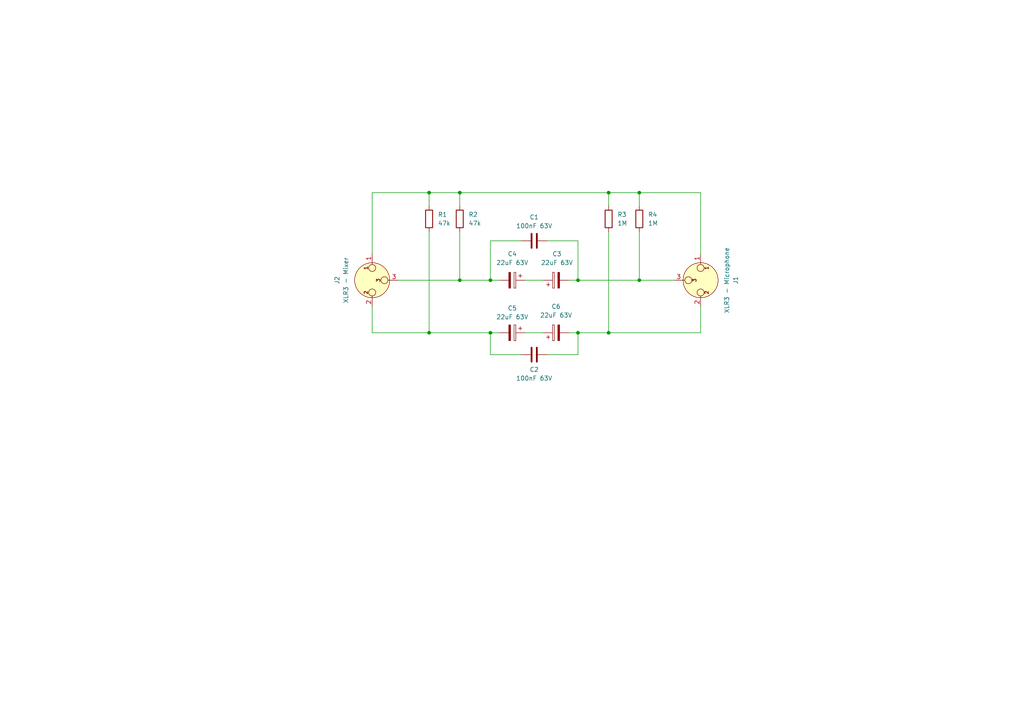
<source format=kicad_sch>
(kicad_sch (version 20250114) (generator "eeschema") (generator_version "9.0")
  (paper "A4")
  (lib_symbols
    (symbol "Connector_Audio:XLR3" (pin_names (hide yes))
      (property "Reference" "J" (at 0 8.89 0))
      (property "Value" "XLR3" (at 0 6.35 0))
      (symbol "XLR3_0_1"
        (polyline (pts (xy -5.08 0) (xy -4.572 0)))
        (circle (center -3.556 0) (radius 1.016))
        (circle (center 0 0) (radius 5.08) (fill (type background)))
        (circle (center 0 -3.556) (radius 1.016))
        (polyline (pts (xy 0 -5.08) (xy 0 -4.572)))
        (circle (center 3.556 0) (radius 1.016))
        (polyline (pts (xy 5.08 0) (xy 4.572 0)))
        (text "1" (at -3.556 1.778 0) (effects (font (size 1.016 1.016) (bold yes))))
        (text "3" (at 0 -1.778 0) (effects (font (size 1.016 1.016) (bold yes))))
        (text "2" (at 3.556 1.778 0) (effects (font (size 1.016 1.016) (bold yes))))
        (pin passive line (at -7.62 0 0) (length 2.54) (name "~") (number "1"))
        (pin passive line (at 0 -7.62 90) (length 2.54) (name "~") (number "3"))
        (pin passive line (at 7.62 0 180) (length 2.54) (name "~") (number "2"))
      )
    )
    (symbol "Device:C" (pin_numbers (hide yes)) (pin_names (offset 0.254))
      (property "Reference" "C" (at 0.635 2.54 0))
      (property "Value" "C" (at 0.635 -2.54 0))
      (symbol "C_0_1"
        (polyline (pts (xy -2.032 0.762) (xy 2.032 0.762)) (stroke (width 0.508)))
        (polyline (pts (xy -2.032 -0.762) (xy 2.032 -0.762)) (stroke (width 0.508)))
      )
      (symbol "C_1_1"
        (pin passive line (at 0 3.81 270) (length 2.794) (name "~") (number "1"))
        (pin passive line (at 0 -3.81 90) (length 2.794) (name "~") (number "2"))
      )
    )
    (symbol "Device:C_Polarized" (pin_numbers (hide yes)) (pin_names (offset 0.254))
      (property "Reference" "C" (at 0.635 2.54 0))
      (property "Value" "C_Polarized" (at 0.635 -2.54 0))
      (symbol "C_Polarized_0_1"
        (rectangle (start -2.286 0.508) (end 2.286 1.016))
        (polyline (pts (xy -1.778 2.286) (xy -0.762 2.286)))
        (polyline (pts (xy -1.27 2.794) (xy -1.27 1.778)))
        (rectangle (start 2.286 -0.508) (end -2.286 -1.016) (fill (type outline)))
      )
      (symbol "C_Polarized_1_1"
        (pin passive line (at 0 3.81 270) (length 2.794) (name "~") (number "1"))
        (pin passive line (at 0 -3.81 90) (length 2.794) (name "~") (number "2"))
      )
    )
    (symbol "Device:R" (pin_numbers (hide yes)) (pin_names (offset 0))
      (property "Reference" "R" (at 2.032 0 90))
      (property "Value" "R" (at 0 0 90))
      (symbol "R_0_1"
        (rectangle (start -1.016 -2.54) (end 1.016 2.54) (stroke (width 0.254)))
      )
      (symbol "R_1_1"
        (pin passive line (at 0 3.81 270) (length 1.27) (name "~") (number "1"))
        (pin passive line (at 0 -3.81 90) (length 1.27) (name "~") (number "2"))
      )
    )
  )
  (junction (at 176.53 96.52))
  (junction (at 167.64 81.28))
  (junction (at 124.46 96.52))
  (junction (at 133.35 81.28))
  (junction (at 176.53 55.88))
  (junction (at 185.42 81.28))
  (junction (at 133.35 55.88))
  (junction (at 142.24 96.52))
  (junction (at 185.42 55.88))
  (junction (at 124.46 55.88))
  (junction (at 167.64 96.52))
  (junction (at 142.24 81.28))
  (wire (pts (xy 203.2 55.88) (xy 203.2 73.66)))
  (wire (pts (xy 107.95 55.88) (xy 124.46 55.88)))
  (wire (pts (xy 142.24 81.28) (xy 144.78 81.28)))
  (wire (pts (xy 142.24 96.52) (xy 144.78 96.52)))
  (wire (pts (xy 142.24 69.85) (xy 151.13 69.85)))
  (wire (pts (xy 167.64 81.28) (xy 165.1 81.28)))
  (wire (pts (xy 185.42 81.28) (xy 195.58 81.28)))
  (wire (pts (xy 185.42 67.31) (xy 185.42 81.28)))
  (wire (pts (xy 142.24 102.87) (xy 142.24 96.52)))
  (wire (pts (xy 167.64 81.28) (xy 185.42 81.28)))
  (wire (pts (xy 124.46 96.52) (xy 142.24 96.52)))
  (wire (pts (xy 167.64 102.87) (xy 167.64 96.52)))
  (wire (pts (xy 115.57 81.28) (xy 133.35 81.28)))
  (wire (pts (xy 107.95 55.88) (xy 107.95 73.66)))
  (wire (pts (xy 124.46 55.88) (xy 133.35 55.88)))
  (wire (pts (xy 152.4 81.28) (xy 157.48 81.28)))
  (wire (pts (xy 152.4 96.52) (xy 157.48 96.52)))
  (wire (pts (xy 133.35 55.88) (xy 133.35 59.69)))
  (wire (pts (xy 133.35 81.28) (xy 142.24 81.28)))
  (wire (pts (xy 133.35 55.88) (xy 176.53 55.88)))
  (wire (pts (xy 151.13 102.87) (xy 142.24 102.87)))
  (wire (pts (xy 158.75 69.85) (xy 167.64 69.85)))
  (wire (pts (xy 158.75 102.87) (xy 167.64 102.87)))
  (wire (pts (xy 167.64 96.52) (xy 176.53 96.52)))
  (wire (pts (xy 165.1 96.52) (xy 167.64 96.52)))
  (wire (pts (xy 176.53 67.31) (xy 176.53 96.52)))
  (wire (pts (xy 142.24 81.28) (xy 142.24 69.85)))
  (wire (pts (xy 185.42 55.88) (xy 185.42 59.69)))
  (wire (pts (xy 107.95 88.9) (xy 107.95 96.52)))
  (wire (pts (xy 185.42 55.88) (xy 203.2 55.88)))
  (wire (pts (xy 124.46 55.88) (xy 124.46 59.69)))
  (wire (pts (xy 124.46 67.31) (xy 124.46 96.52)))
  (wire (pts (xy 203.2 88.9) (xy 203.2 96.52)))
  (wire (pts (xy 167.64 69.85) (xy 167.64 81.28)))
  (wire (pts (xy 176.53 55.88) (xy 185.42 55.88)))
  (wire (pts (xy 203.2 96.52) (xy 176.53 96.52)))
  (wire (pts (xy 176.53 55.88) (xy 176.53 59.69)))
  (wire (pts (xy 107.95 96.52) (xy 124.46 96.52)))
  (wire (pts (xy 133.35 67.31) (xy 133.35 81.28)))
  (symbol (lib_id "Device:C_Polarized") (at 148.59 96.52 270) (unit 1)
    (property "Reference" "C5" (at 148.59 89.408 90))
    (property "Value" "22uF 63V" (at 148.59 91.948 90))
    (property "Footprint" "Capacitor_SMD:CP_Elec_6.3x7.7" (effects (hide yes)))
    (property "Description" "Polarized capacitor" (effects (hide yes)))
  )
  (symbol (lib_id "Device:R") (at 176.53 63.5 0) (unit 1)
    (property "Reference" "R3" (at 179.07 62.2299 0) (effects (justify left)))
    (property "Value" "1M" (at 179.07 64.7699 0) (effects (justify left)))
    (property "Footprint" "Resistor_SMD:R_0805_2012Metric_Pad1.20x1.40mm_HandSolder" (effects (hide yes)))
    (property "Description" "Resistor" (effects (hide yes)))
  )
  (symbol (lib_id "Device:R") (at 185.42 63.5 0) (unit 1)
    (property "Reference" "R4" (at 187.96 62.2299 0) (effects (justify left)))
    (property "Value" "1M" (at 187.96 64.7699 0) (effects (justify left)))
    (property "Footprint" "Resistor_SMD:R_0805_2012Metric_Pad1.20x1.40mm_HandSolder" (effects (hide yes)))
    (property "Description" "Resistor" (effects (hide yes)))
  )
  (symbol (lib_id "Device:C_Polarized") (at 161.29 81.28 90) (unit 1)
    (property "Reference" "C3" (at 161.544 73.66 90))
    (property "Value" "22uF 63V" (at 161.544 76.2 90))
    (property "Footprint" "Capacitor_SMD:CP_Elec_6.3x7.7" (effects (hide yes)))
    (property "Description" "Polarized capacitor" (effects (hide yes)))
  )
  (symbol (lib_id "Device:C_Polarized") (at 148.59 81.28 270) (unit 1)
    (property "Reference" "C4" (at 148.59 73.66 90))
    (property "Value" "22uF 63V" (at 148.59 76.2 90))
    (property "Footprint" "Capacitor_SMD:CP_Elec_6.3x7.7" (effects (hide yes)))
    (property "Description" "Polarized capacitor" (effects (hide yes)))
  )
  (symbol (lib_id "Device:R") (at 133.35 63.5 0) (unit 1)
    (property "Reference" "R2" (at 135.89 62.2299 0) (effects (justify left)))
    (property "Value" "47k" (at 135.89 64.7699 0) (effects (justify left)))
    (property "Footprint" "Resistor_SMD:R_0805_2012Metric_Pad1.20x1.40mm_HandSolder" (effects (hide yes)))
    (property "Description" "Resistor" (effects (hide yes)))
  )
  (symbol (lib_id "Device:C_Polarized") (at 161.29 96.52 90) (unit 1)
    (property "Reference" "C6" (at 161.29 88.9 90))
    (property "Value" "22uF 63V" (at 161.29 91.44 90))
    (property "Footprint" "Capacitor_SMD:CP_Elec_6.3x7.7" (effects (hide yes)))
    (property "Description" "Polarized capacitor" (effects (hide yes)))
  )
  (symbol (lib_id "Connector_Audio:XLR3") (at 203.2 81.28 270) (unit 1)
    (property "Reference" "J1" (at 213.36 81.28 0))
    (property "Value" "XLR3 - Microphone" (at 210.82 81.28 0))
    (property "Footprint" "Connector_Wire:SolderWire-0.1sqmm_1x03_P3.6mm_D0.4mm_OD1mm" (effects (hide yes)))
    (property "Description" "XLR Connector, Male or Female, 3 Pins" (effects (hide yes)))
  )
  (symbol (lib_id "Device:R") (at 124.46 63.5 0) (unit 1)
    (property "Reference" "R1" (at 127 62.2299 0) (effects (justify left)))
    (property "Value" "47k" (at 127 64.7699 0) (effects (justify left)))
    (property "Footprint" "Resistor_SMD:R_0805_2012Metric_Pad1.20x1.40mm_HandSolder" (effects (hide yes)))
    (property "Description" "Resistor" (effects (hide yes)))
  )
  (symbol (lib_id "Connector_Audio:XLR3") (at 107.95 81.28 90) (mirror x) (unit 1)
    (property "Reference" "J2" (at 97.79 81.28 0))
    (property "Value" "XLR3 - Mixer" (at 100.33 81.28 0))
    (property "Footprint" "01_Custom:XLR-Pin-SolderPad" (effects (hide yes)))
    (property "Description" "XLR Connector, Male or Female, 3 Pins" (effects (hide yes)))
  )
  (symbol (lib_id "Device:C") (at 154.94 69.85 90) (unit 1)
    (property "Reference" "C1" (at 154.94 62.992 90))
    (property "Value" "100nF 63V" (at 154.94 65.532 90))
    (property "Footprint" "Capacitor_SMD:C_1206_3216Metric_Pad1.33x1.80mm_HandSolder" (effects (hide yes)))
    (property "Description" "Unpolarized capacitor" (effects (hide yes)))
  )
  (symbol (lib_id "Device:C") (at 154.94 102.87 90) (unit 1)
    (property "Reference" "C2" (at 154.94 107.188 90))
    (property "Value" "100nF 63V" (at 154.94 109.728 90))
    (property "Footprint" "Capacitor_SMD:C_1206_3216Metric_Pad1.33x1.80mm_HandSolder" (effects (hide yes)))
    (property "Description" "Unpolarized capacitor" (effects (hide yes)))
  )
)
</source>
